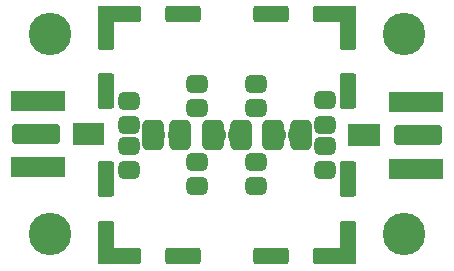
<source format=gbr>
%TF.GenerationSoftware,KiCad,Pcbnew,6.0.6*%
%TF.CreationDate,2022-08-30T17:07:56+02:00*%
%TF.ProjectId,rf_biscuit,72665f62-6973-4637-9569-742e6b696361,rev?*%
%TF.SameCoordinates,Original*%
%TF.FileFunction,Soldermask,Top*%
%TF.FilePolarity,Negative*%
%FSLAX46Y46*%
G04 Gerber Fmt 4.6, Leading zero omitted, Abs format (unit mm)*
G04 Created by KiCad (PCBNEW 6.0.6) date 2022-08-30 17:07:56*
%MOMM*%
%LPD*%
G01*
G04 APERTURE LIST*
G04 Aperture macros list*
%AMRoundRect*
0 Rectangle with rounded corners*
0 $1 Rounding radius*
0 $2 $3 $4 $5 $6 $7 $8 $9 X,Y pos of 4 corners*
0 Add a 4 corners polygon primitive as box body*
4,1,4,$2,$3,$4,$5,$6,$7,$8,$9,$2,$3,0*
0 Add four circle primitives for the rounded corners*
1,1,$1+$1,$2,$3*
1,1,$1+$1,$4,$5*
1,1,$1+$1,$6,$7*
1,1,$1+$1,$8,$9*
0 Add four rect primitives between the rounded corners*
20,1,$1+$1,$2,$3,$4,$5,0*
20,1,$1+$1,$4,$5,$6,$7,0*
20,1,$1+$1,$6,$7,$8,$9,0*
20,1,$1+$1,$8,$9,$2,$3,0*%
G04 Aperture macros list end*
%ADD10RoundRect,0.200000X1.800000X-0.635000X1.800000X0.635000X-1.800000X0.635000X-1.800000X-0.635000X0*%
%ADD11RoundRect,0.200000X2.100000X-0.675000X2.100000X0.675000X-2.100000X0.675000X-2.100000X-0.675000X0*%
%ADD12RoundRect,0.450000X0.450000X-0.325000X0.450000X0.325000X-0.450000X0.325000X-0.450000X-0.325000X0*%
%ADD13RoundRect,0.450001X0.462499X0.849999X-0.462499X0.849999X-0.462499X-0.849999X0.462499X-0.849999X0*%
%ADD14RoundRect,0.418750X0.218750X0.256250X-0.218750X0.256250X-0.218750X-0.256250X0.218750X-0.256250X0*%
%ADD15RoundRect,0.200000X-1.800000X0.635000X-1.800000X-0.635000X1.800000X-0.635000X1.800000X0.635000X0*%
%ADD16RoundRect,0.200000X-2.100000X0.675000X-2.100000X-0.675000X2.100000X-0.675000X2.100000X0.675000X0*%
%ADD17RoundRect,0.450000X-0.450000X0.325000X-0.450000X-0.325000X0.450000X-0.325000X0.450000X0.325000X0*%
%ADD18RoundRect,0.200000X-0.500000X-0.750000X0.500000X-0.750000X0.500000X0.750000X-0.500000X0.750000X0*%
%ADD19C,3.600000*%
%ADD20RoundRect,0.200000X-0.500000X-1.300000X0.500000X-1.300000X0.500000X1.300000X-0.500000X1.300000X0*%
%ADD21RoundRect,0.200000X-0.500000X-0.500000X0.500000X-0.500000X0.500000X0.500000X-0.500000X0.500000X0*%
%ADD22RoundRect,0.200000X-0.500000X-1.150000X0.500000X-1.150000X0.500000X1.150000X-0.500000X1.150000X0*%
%ADD23RoundRect,0.200000X-1.300000X-0.500000X1.300000X-0.500000X1.300000X0.500000X-1.300000X0.500000X0*%
%ADD24RoundRect,0.200000X-1.150000X-0.500000X1.150000X-0.500000X1.150000X0.500000X-1.150000X0.500000X0*%
G04 APERTURE END LIST*
D10*
%TO.C,P2*%
X62200000Y-92100000D03*
D11*
X62000000Y-94925000D03*
X62000000Y-89275000D03*
%TD*%
D12*
%TO.C,R1*%
X37700000Y-91225000D03*
X37700000Y-89175000D03*
%TD*%
%TO.C,R2*%
X37700000Y-95025000D03*
X37700000Y-92975000D03*
%TD*%
D13*
%TO.C,R3*%
X42062500Y-92100000D03*
D14*
X41687500Y-92075000D03*
X40112500Y-92075000D03*
D13*
X39737500Y-92100000D03*
%TD*%
D12*
%TO.C,R4*%
X43500000Y-89825000D03*
X43500000Y-87775000D03*
%TD*%
%TO.C,R5*%
X43500000Y-96425000D03*
X43500000Y-94375000D03*
%TD*%
D14*
%TO.C,R6*%
X46787500Y-92075000D03*
D13*
X47162500Y-92100000D03*
X44837500Y-92100000D03*
D14*
X45212500Y-92075000D03*
%TD*%
D12*
%TO.C,R7*%
X48500000Y-89825000D03*
X48500000Y-87775000D03*
%TD*%
%TO.C,R8*%
X48500000Y-96425000D03*
X48500000Y-94375000D03*
%TD*%
D13*
%TO.C,R9*%
X52262500Y-92100000D03*
D14*
X51887500Y-92075000D03*
X50312500Y-92075000D03*
D13*
X49937500Y-92100000D03*
%TD*%
D15*
%TO.C,P1*%
X29800000Y-92000000D03*
D16*
X30000000Y-89175000D03*
X30000000Y-94825000D03*
%TD*%
D17*
%TO.C,R10*%
X54300000Y-92975000D03*
X54300000Y-95025000D03*
%TD*%
%TO.C,R11*%
X54300000Y-89150000D03*
X54300000Y-91200000D03*
%TD*%
D18*
%TO.C,JP1*%
X33650000Y-92000000D03*
X34950000Y-92000000D03*
%TD*%
D19*
%TO.C,H4*%
X31000000Y-83500000D03*
%TD*%
%TO.C,H3*%
X31000000Y-100500000D03*
%TD*%
%TO.C,H2*%
X61000000Y-83500000D03*
%TD*%
D18*
%TO.C,JP2*%
X56950000Y-92100000D03*
X58250000Y-92100000D03*
%TD*%
D20*
%TO.C,J1*%
X35750000Y-95850000D03*
D21*
X56250000Y-102350000D03*
X35750000Y-81850000D03*
D22*
X35750000Y-100700000D03*
X56250000Y-100700000D03*
D23*
X42250000Y-102350000D03*
D21*
X35750000Y-102350000D03*
D24*
X37400000Y-81850000D03*
D22*
X35750000Y-83500000D03*
D24*
X54600000Y-81850000D03*
D22*
X56250000Y-83500000D03*
D23*
X42250000Y-81850000D03*
D20*
X56250000Y-95850000D03*
X56250000Y-88350000D03*
D23*
X49750000Y-102350000D03*
D24*
X54600000Y-102350000D03*
D21*
X56250000Y-81850000D03*
D20*
X35750000Y-88350000D03*
D23*
X49750000Y-81850000D03*
D24*
X37400000Y-102350000D03*
%TD*%
D19*
%TO.C,H1*%
X61000000Y-100500000D03*
%TD*%
M02*

</source>
